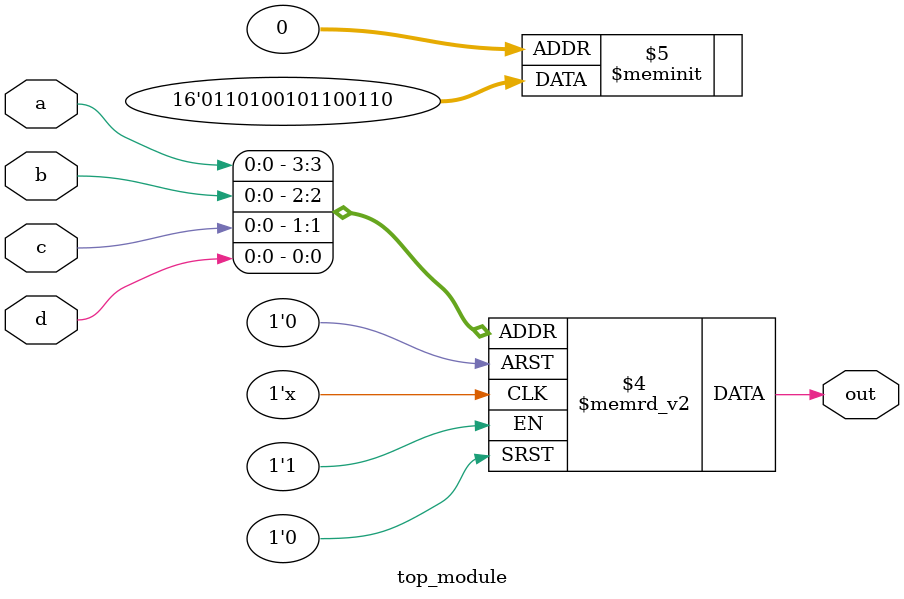
<source format=sv>
module top_module (
    input a, 
    input b,
    input c,
    input d,
    output reg out
);

always @(*) begin
    case ({a, b, c, d})
        4'b0000: out = 0;
        4'b0001: out = 1;
        4'b0011: out = 0;
        4'b0010: out = 1;
        4'b0110: out = 1;
        4'b0111: out = 0;
        4'b0101: out = 1;
        4'b0100: out = 0;
        4'b1100: out = 0;
        4'b1101: out = 1;
        4'b1111: out = 0;
        4'b1110: out = 1;
        4'b1010: out = 0;
        4'b1011: out = 1;
        4'b1001: out = 0;
        4'b1000: out = 1;
    endcase
end

endmodule

</source>
